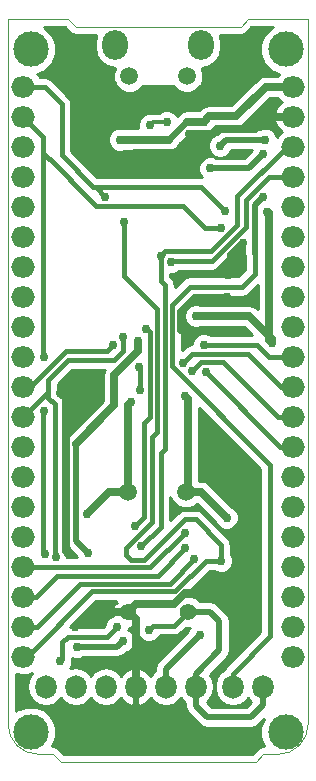
<source format=gbl>
G04 #@! TF.FileFunction,Copper,L2,Bot,Signal*
%FSLAX46Y46*%
G04 Gerber Fmt 4.6, Leading zero omitted, Abs format (unit mm)*
G04 Created by KiCad (PCBNEW 4.0.4-stable) date 08/11/17 11:51:25*
%MOMM*%
%LPD*%
G01*
G04 APERTURE LIST*
%ADD10C,0.150000*%
%ADD11C,0.100000*%
%ADD12O,1.800000X2.000000*%
%ADD13O,2.000000X1.800000*%
%ADD14C,3.000000*%
%ADD15C,1.500000*%
%ADD16O,2.200000X2.500000*%
%ADD17C,1.397000*%
%ADD18C,0.760000*%
%ADD19C,0.508000*%
%ADD20C,0.635000*%
%ADD21C,0.381000*%
%ADD22C,0.304800*%
%ADD23C,0.457200*%
%ADD24C,0.254000*%
G04 APERTURE END LIST*
D10*
D11*
X136144000Y-85090000D02*
X143256000Y-85090000D01*
X129540000Y-146685000D02*
X130810000Y-146685000D01*
X148590000Y-146685000D02*
X149225000Y-146685000D01*
X147955000Y-147320000D02*
X148590000Y-146685000D01*
X131445000Y-147320000D02*
X147955000Y-147320000D01*
X130810000Y-146685000D02*
X131445000Y-147320000D01*
X132080000Y-84455000D02*
X127000000Y-84455000D01*
X132715000Y-85090000D02*
X132080000Y-84455000D01*
X133985000Y-85090000D02*
X132715000Y-85090000D01*
X136144000Y-85090000D02*
X135890000Y-85090000D01*
X143510000Y-85090000D02*
X143256000Y-85090000D01*
X146050000Y-85090000D02*
X143510000Y-85090000D01*
X134620000Y-85090000D02*
X135890000Y-85090000D01*
X149225000Y-146685000D02*
X149860000Y-146685000D01*
X146685000Y-85090000D02*
X146050000Y-85090000D01*
X147320000Y-84455000D02*
X146685000Y-85090000D01*
X152400000Y-84455000D02*
X147320000Y-84455000D01*
X152400000Y-85090000D02*
X152400000Y-84455000D01*
X133985000Y-85090000D02*
X134620000Y-85090000D01*
X127000000Y-85090000D02*
X127000000Y-84455000D01*
X127000000Y-144145000D02*
X127000000Y-140335000D01*
X152400000Y-142875000D02*
X152400000Y-144145000D01*
X127000000Y-144145000D02*
G75*
G03X129540000Y-146685000I2540000J0D01*
G01*
X149860000Y-146685000D02*
G75*
G03X152400000Y-144145000I0J2540000D01*
G01*
X127000000Y-139700000D02*
X127000000Y-140335000D01*
X152400000Y-139700000D02*
X152400000Y-142875000D01*
X152400000Y-85090000D02*
X152400000Y-90170000D01*
X127000000Y-90170000D02*
X127000000Y-85090000D01*
X152400000Y-90170000D02*
X152400000Y-139700000D01*
X127000000Y-90170000D02*
X127000000Y-139700000D01*
D12*
X142875000Y-140970000D03*
X140335000Y-140970000D03*
X137795000Y-140970000D03*
X135255000Y-140970000D03*
X132715000Y-140970000D03*
X130175000Y-140970000D03*
X146050000Y-140970000D03*
X148590000Y-140970000D03*
D13*
X151130000Y-115570000D03*
X151130000Y-118110000D03*
X151130000Y-120650000D03*
X151130000Y-123190000D03*
X151130000Y-125730000D03*
X151130000Y-128270000D03*
X151130000Y-130810000D03*
X151130000Y-133350000D03*
X151130000Y-135890000D03*
X151130000Y-138430000D03*
X128270000Y-138430000D03*
X128270000Y-135890000D03*
X128270000Y-133350000D03*
X128270000Y-130810000D03*
X128270000Y-128270000D03*
X128270000Y-125730000D03*
X128270000Y-123190000D03*
X128270000Y-120650000D03*
X128270000Y-118110000D03*
X128270000Y-115570000D03*
X151130000Y-90170000D03*
X151130000Y-92710000D03*
X151130000Y-95250000D03*
X151130000Y-97790000D03*
X151130000Y-100330000D03*
X151130000Y-102870000D03*
X151130000Y-105410000D03*
X151130000Y-107950000D03*
X151130000Y-110490000D03*
X151130000Y-113030000D03*
X128270000Y-113030000D03*
X128270000Y-110490000D03*
X128270000Y-107950000D03*
X128270000Y-105410000D03*
X128270000Y-102870000D03*
X128270000Y-100330000D03*
X128270000Y-97790000D03*
X128270000Y-95250000D03*
X128270000Y-92710000D03*
X128270000Y-90170000D03*
D14*
X150495000Y-86995000D03*
X128905000Y-86995000D03*
X150495000Y-144780000D03*
X128905000Y-144780000D03*
D15*
X142125000Y-89281000D03*
D16*
X143325000Y-86631000D03*
D15*
X137275000Y-89281000D03*
D16*
X136075000Y-86631000D03*
D17*
X142240000Y-134620000D03*
X137160000Y-134620000D03*
D15*
X137160000Y-124460000D03*
X142060000Y-124460000D03*
D18*
X142900400Y-109575600D03*
X149352000Y-111861600D03*
X148945600Y-100736400D03*
X148742400Y-94640400D03*
X144932400Y-95148400D03*
X136448800Y-94640400D03*
X143560800Y-93116400D03*
X143205200Y-136550400D03*
X137972800Y-111658400D03*
X133756400Y-129641600D03*
X132842000Y-137566400D03*
X136753600Y-137058400D03*
X137718800Y-127355600D03*
X140817600Y-105003600D03*
X138684000Y-110642400D03*
X138226800Y-129082800D03*
X139903200Y-104495600D03*
X138910000Y-136150000D03*
X136180000Y-135900000D03*
X131430000Y-138760000D03*
X131080000Y-129990000D03*
X136702800Y-111353600D03*
X135229600Y-99466400D03*
X136804400Y-101650800D03*
X145389600Y-100685600D03*
X145034000Y-130302000D03*
X129997200Y-117602000D03*
X130048000Y-113030000D03*
X130098800Y-129743200D03*
X145034000Y-102108000D03*
X142748000Y-130149600D03*
X137414000Y-92964000D03*
X131419600Y-116078000D03*
X142341600Y-94132400D03*
X134975600Y-97637600D03*
X131876800Y-124409200D03*
X132689600Y-135940800D03*
X132181600Y-129794000D03*
X145643600Y-106121200D03*
X145542000Y-108000800D03*
X142341600Y-111455200D03*
X146862800Y-103428800D03*
X145643600Y-122174000D03*
X145491200Y-126644400D03*
X141986000Y-116332000D03*
X133654800Y-126339600D03*
X137414000Y-116840000D03*
X141986000Y-129235200D03*
X135890000Y-112014000D03*
X143560800Y-112014000D03*
X143713200Y-114350800D03*
X140411200Y-93167200D03*
X138988800Y-93421200D03*
X148590000Y-95859600D03*
X148590000Y-99466400D03*
X144119600Y-97078800D03*
X142595600Y-114249200D03*
X141935200Y-127914400D03*
X141782800Y-113588800D03*
X138176000Y-115874800D03*
X138074400Y-113893600D03*
D19*
X149352000Y-111861600D02*
X149352000Y-111556800D01*
D20*
X147370800Y-109575600D02*
X142900400Y-109575600D01*
X149352000Y-111556800D02*
X147370800Y-109575600D01*
X149098000Y-101803200D02*
X149098000Y-111607600D01*
D19*
X149098000Y-111607600D02*
X149352000Y-111861600D01*
D20*
X149098000Y-100888800D02*
X149098000Y-101803200D01*
D19*
X149098000Y-101803200D02*
X149098000Y-101904800D01*
X148945600Y-100736400D02*
X149098000Y-100888800D01*
X145440400Y-94640400D02*
X148742400Y-94640400D01*
X144932400Y-95148400D02*
X145440400Y-94640400D01*
D20*
X143560800Y-93116400D02*
X142138400Y-93116400D01*
X140614400Y-94640400D02*
X136448800Y-94640400D01*
D19*
X142138400Y-93116400D02*
X140614400Y-94640400D01*
D20*
X148793200Y-90170000D02*
X151130000Y-90170000D01*
X143560800Y-93116400D02*
X144018000Y-92659200D01*
X144018000Y-92659200D02*
X146304000Y-92659200D01*
X146304000Y-92659200D02*
X148793200Y-90170000D01*
D19*
X140335000Y-139420600D02*
X140335000Y-140970000D01*
X143205200Y-136550400D02*
X140335000Y-139420600D01*
D20*
X135991600Y-114554000D02*
X137160000Y-113385600D01*
X135991600Y-117144800D02*
X135991600Y-114554000D01*
X132740400Y-120396000D02*
X135991600Y-117144800D01*
D19*
X132740400Y-128625600D02*
X132740400Y-120396000D01*
X133756400Y-129641600D02*
X132740400Y-128625600D01*
X136245600Y-137566400D02*
X132842000Y-137566400D01*
X136753600Y-137058400D02*
X136245600Y-137566400D01*
D20*
X137972800Y-112572800D02*
X137160000Y-113385600D01*
X137972800Y-111658400D02*
X137972800Y-112572800D01*
D21*
X138988800Y-112420400D02*
X138988800Y-112268000D01*
X138988800Y-116586000D02*
X138988800Y-112420400D01*
X138480800Y-126593600D02*
X137718800Y-127355600D01*
X138480800Y-118668800D02*
X138480800Y-126593600D01*
X138988800Y-118160800D02*
X138480800Y-118668800D01*
X138988800Y-118160800D02*
X138988800Y-116586000D01*
X138988800Y-116586000D02*
X138988800Y-116382800D01*
X147116800Y-99771200D02*
X149098000Y-97790000D01*
X144221200Y-104952800D02*
X147116800Y-102057200D01*
X140868400Y-104952800D02*
X144221200Y-104952800D01*
X140817600Y-105003600D02*
X140868400Y-104952800D01*
X147116800Y-102057200D02*
X147116800Y-99771200D01*
X149098000Y-97790000D02*
X151130000Y-97790000D01*
X138988800Y-110947200D02*
X138684000Y-110642400D01*
X138988800Y-112420400D02*
X138988800Y-110947200D01*
X139903200Y-121310400D02*
X139903200Y-121208800D01*
X140271498Y-106946698D02*
X139903200Y-106578400D01*
X140271498Y-120840502D02*
X140271498Y-106946698D01*
X139903200Y-121208800D02*
X140271498Y-120840502D01*
X139903200Y-126593600D02*
X139903200Y-127406400D01*
X139903200Y-127406400D02*
X138226800Y-129082800D01*
X139903200Y-126593600D02*
X139903200Y-121310400D01*
X139903200Y-106578400D02*
X139903200Y-104495600D01*
X151130000Y-95250000D02*
X150571200Y-95250000D01*
X150571200Y-95250000D02*
X146405600Y-99415600D01*
X146405600Y-101854000D02*
X146405600Y-99415600D01*
X144170400Y-104089200D02*
X146405600Y-101854000D01*
X140309600Y-104089200D02*
X144170400Y-104089200D01*
X139903200Y-104495600D02*
X140309600Y-104089200D01*
X130403600Y-115976400D02*
X130403600Y-116503600D01*
X141080000Y-135780000D02*
X142240000Y-134620000D01*
X139280000Y-135780000D02*
X141080000Y-135780000D01*
X138910000Y-136150000D02*
X139280000Y-135780000D01*
X135340000Y-136740000D02*
X136180000Y-135900000D01*
X132030000Y-136740000D02*
X135340000Y-136740000D01*
X131600000Y-137170000D02*
X132030000Y-136740000D01*
X131600000Y-138590000D02*
X131600000Y-137170000D01*
X131430000Y-138760000D02*
X131600000Y-138590000D01*
X130950000Y-129860000D02*
X131080000Y-129990000D01*
X130950000Y-117050000D02*
X130950000Y-129860000D01*
X130403600Y-116503600D02*
X130950000Y-117050000D01*
D19*
X142875000Y-140970000D02*
X142875000Y-139877800D01*
X142875000Y-139877800D02*
X144881600Y-137871200D01*
X144881600Y-137871200D02*
X144881600Y-135432800D01*
X144881600Y-135432800D02*
X144068800Y-134620000D01*
X144068800Y-134620000D02*
X142240000Y-134620000D01*
X142875000Y-140970000D02*
X142875000Y-142570200D01*
X148590000Y-142494000D02*
X148590000Y-140970000D01*
X147523200Y-143560800D02*
X148590000Y-142494000D01*
X143865600Y-143560800D02*
X147523200Y-143560800D01*
X142875000Y-142570200D02*
X143865600Y-143560800D01*
D21*
X134366000Y-113284000D02*
X135940800Y-113284000D01*
X136702800Y-112522000D02*
X136702800Y-111353600D01*
X135940800Y-113284000D02*
X136702800Y-112522000D01*
X130403600Y-115976400D02*
X128270000Y-118110000D01*
X130403600Y-114960400D02*
X130403600Y-115976400D01*
X132080000Y-113284000D02*
X130403600Y-114960400D01*
X134366000Y-113284000D02*
X132080000Y-113284000D01*
X139598400Y-111506000D02*
X139598400Y-108966000D01*
X134416800Y-98653600D02*
X134196000Y-98653600D01*
X135229600Y-99466400D02*
X134416800Y-98653600D01*
X136804400Y-106172000D02*
X136804400Y-101650800D01*
X139598400Y-108966000D02*
X136804400Y-106172000D01*
X139598400Y-112369600D02*
X139598400Y-111506000D01*
X139141200Y-120396000D02*
X139141200Y-119837200D01*
X139598400Y-119380000D02*
X139598400Y-112369600D01*
X139598400Y-112369600D02*
X139598400Y-112217200D01*
X139141200Y-119837200D02*
X139598400Y-119380000D01*
X142900400Y-126796800D02*
X141935200Y-126796800D01*
X139141200Y-127050800D02*
X139141200Y-120396000D01*
X139141200Y-120396000D02*
X139141200Y-120243600D01*
X137007600Y-129184400D02*
X139141200Y-127050800D01*
X137007600Y-129844800D02*
X137007600Y-129184400D01*
X137363200Y-130200400D02*
X137007600Y-129844800D01*
X138531600Y-130200400D02*
X137363200Y-130200400D01*
X141935200Y-126796800D02*
X138531600Y-130200400D01*
X145034000Y-130302000D02*
X145034000Y-128930400D01*
X145034000Y-128930400D02*
X142900400Y-126796800D01*
X143357600Y-98653600D02*
X134196000Y-98653600D01*
X145389600Y-100685600D02*
X143357600Y-98653600D01*
X131521200Y-95978800D02*
X131521200Y-91592400D01*
X131521200Y-91592400D02*
X130098800Y-90170000D01*
X130098800Y-90170000D02*
X128270000Y-90170000D01*
X134196000Y-98653600D02*
X131521200Y-95978800D01*
X128574800Y-138430000D02*
X128270000Y-138430000D01*
X141122400Y-132892800D02*
X134112000Y-132892800D01*
X134112000Y-132892800D02*
X128574800Y-138430000D01*
X143713200Y-130302000D02*
X141122400Y-132892800D01*
X145034000Y-130302000D02*
X143713200Y-130302000D01*
X145034000Y-102108000D02*
X143662400Y-102108000D01*
X141833600Y-100279200D02*
X134467600Y-100279200D01*
X143662400Y-102108000D02*
X141833600Y-100279200D01*
X134467600Y-100279200D02*
X133604000Y-99415600D01*
X140665200Y-132232400D02*
X133096000Y-132232400D01*
X129946400Y-94386400D02*
X129946400Y-95758000D01*
X129946400Y-95758000D02*
X131013200Y-96824800D01*
X129946400Y-119684800D02*
X129946400Y-117652800D01*
X129946400Y-117652800D02*
X129997200Y-117602000D01*
X130048000Y-113030000D02*
X129946400Y-112928400D01*
X129946400Y-112928400D02*
X129946400Y-95859600D01*
X129946400Y-94386400D02*
X129692400Y-94132400D01*
X129946400Y-95859600D02*
X129946400Y-94386400D01*
X129946400Y-129590800D02*
X129946400Y-119684800D01*
X129946400Y-119684800D02*
X129946400Y-119634000D01*
X130098800Y-129743200D02*
X129946400Y-129590800D01*
X133604000Y-99415600D02*
X131013200Y-96824800D01*
X129692400Y-94132400D02*
X128270000Y-92710000D01*
X142748000Y-130149600D02*
X140665200Y-132232400D01*
X133096000Y-132232400D02*
X129438400Y-135890000D01*
X129438400Y-135890000D02*
X128270000Y-135890000D01*
D20*
X134315200Y-96977200D02*
X134975600Y-97637600D01*
X134315200Y-96977200D02*
X134315200Y-94742000D01*
X134315200Y-94742000D02*
X136093200Y-92964000D01*
X136093200Y-92964000D02*
X137414000Y-92964000D01*
X151130000Y-92710000D02*
X149009090Y-92710000D01*
X147942290Y-93776800D02*
X144678400Y-93776800D01*
X149009090Y-92710000D02*
X147942290Y-93776800D01*
X131876800Y-119126000D02*
X131876800Y-116535200D01*
X131876800Y-116535200D02*
X131419600Y-116078000D01*
D19*
X134975600Y-97637600D02*
X135737600Y-97637600D01*
X142341600Y-94996000D02*
X142341600Y-94132400D01*
X141630400Y-95707200D02*
X142341600Y-94996000D01*
X137668000Y-95707200D02*
X141630400Y-95707200D01*
X135737600Y-97637600D02*
X137668000Y-95707200D01*
D20*
X131876800Y-124409200D02*
X131876800Y-119126000D01*
D19*
X131876800Y-119126000D02*
X131876800Y-119075200D01*
D20*
X142341600Y-94132400D02*
X144322800Y-94132400D01*
X144322800Y-94132400D02*
X144678400Y-93776800D01*
X132181600Y-129794000D02*
X131876800Y-129489200D01*
X131876800Y-129489200D02*
X131876800Y-124409200D01*
X137160000Y-134620000D02*
X134010400Y-134620000D01*
X134010400Y-134620000D02*
X132689600Y-135940800D01*
X137795000Y-140970000D02*
X137795000Y-135255000D01*
X137795000Y-135255000D02*
X137160000Y-134620000D01*
X145897600Y-105867200D02*
X145643600Y-106121200D01*
D19*
X145542000Y-108000800D02*
X145491200Y-108051600D01*
D20*
X145491200Y-108051600D02*
X142798800Y-108051600D01*
X142798800Y-108051600D02*
X141630400Y-109220000D01*
X141630400Y-109220000D02*
X141630400Y-110744000D01*
D19*
X141630400Y-110744000D02*
X142341600Y-111455200D01*
D20*
X145897600Y-104394000D02*
X145897600Y-105206800D01*
X146862800Y-103428800D02*
X145897600Y-104394000D01*
X145897600Y-105206800D02*
X145897600Y-105867200D01*
X145643600Y-122174000D02*
X147370800Y-123901200D01*
X147370800Y-123901200D02*
X147370800Y-129286000D01*
X147370800Y-129844800D02*
X144170400Y-133045200D01*
X144170400Y-133045200D02*
X141986000Y-133045200D01*
X141986000Y-133045200D02*
X141071600Y-133959600D01*
X141071600Y-133959600D02*
X137820400Y-133959600D01*
X137820400Y-133959600D02*
X137160000Y-134620000D01*
X147370800Y-129286000D02*
X147370800Y-129844800D01*
X143306800Y-124460000D02*
X142240000Y-124460000D01*
X145491200Y-126644400D02*
X143306800Y-124460000D01*
D19*
X141986000Y-116332000D02*
X142240000Y-116586000D01*
D20*
X142240000Y-116586000D02*
X142240000Y-124460000D01*
X135534400Y-124460000D02*
X137160000Y-124460000D01*
X133654800Y-126339600D02*
X135534400Y-124460000D01*
D19*
X137414000Y-116840000D02*
X137160000Y-117094000D01*
D20*
X137160000Y-117094000D02*
X137160000Y-124460000D01*
D21*
X141986000Y-129235200D02*
X139649200Y-131572000D01*
X139649200Y-131572000D02*
X131114800Y-131572000D01*
X131114800Y-131572000D02*
X129336800Y-133350000D01*
X129336800Y-133350000D02*
X128270000Y-133350000D01*
X132791200Y-112522000D02*
X131927600Y-112522000D01*
X131927600Y-112522000D02*
X128879600Y-115570000D01*
X128879600Y-115570000D02*
X128270000Y-115570000D01*
X135890000Y-112014000D02*
X135382000Y-112522000D01*
X135382000Y-112522000D02*
X132791200Y-112522000D01*
X143560800Y-112014000D02*
X148082000Y-112014000D01*
X148082000Y-112014000D02*
X149098000Y-113030000D01*
X149098000Y-113030000D02*
X151130000Y-113030000D01*
X150012400Y-120650000D02*
X151130000Y-120650000D01*
X143713200Y-114350800D02*
X150012400Y-120650000D01*
D22*
X139242800Y-93167200D02*
X140411200Y-93167200D01*
X138988800Y-93421200D02*
X139242800Y-93167200D01*
D23*
X140868400Y-113842800D02*
X149199600Y-122174000D01*
X140868400Y-108966000D02*
X140868400Y-113842800D01*
X149199600Y-122174000D02*
X149199600Y-122580400D01*
X149199600Y-122580400D02*
X149199600Y-122174000D01*
D19*
X148590000Y-95859600D02*
X147370800Y-97078800D01*
X147370800Y-97078800D02*
X144119600Y-97078800D01*
X147878800Y-104292400D02*
X147878800Y-100177600D01*
X147878800Y-100177600D02*
X148590000Y-99466400D01*
D23*
X147116800Y-97078800D02*
X144119600Y-97078800D01*
X146050000Y-140970000D02*
X146050000Y-139852400D01*
X149199600Y-136702800D02*
X149199600Y-122174000D01*
X146050000Y-139852400D02*
X149199600Y-136702800D01*
X140868400Y-108610400D02*
X142392400Y-107086400D01*
X142392400Y-107086400D02*
X146812000Y-107086400D01*
X146812000Y-107086400D02*
X147878800Y-106019600D01*
X147878800Y-106019600D02*
X147878800Y-104292400D01*
X140868400Y-108966000D02*
X140868400Y-108610400D01*
D21*
X145186400Y-113487200D02*
X143357600Y-113487200D01*
X143357600Y-113487200D02*
X142595600Y-114249200D01*
X151130000Y-118110000D02*
X149809200Y-118110000D01*
X149809200Y-118110000D02*
X145186400Y-113487200D01*
X139039600Y-130810000D02*
X128270000Y-130810000D01*
X141935200Y-127914400D02*
X139039600Y-130810000D01*
X143002000Y-112776000D02*
X142595600Y-112776000D01*
X142595600Y-112776000D02*
X141782800Y-113588800D01*
X143243302Y-112776000D02*
X143002000Y-112776000D01*
X143002000Y-112776000D02*
X142748000Y-112776000D01*
X147320000Y-112776000D02*
X143243302Y-112776000D01*
X150114000Y-115570000D02*
X147320000Y-112776000D01*
X138176000Y-113995200D02*
X138176000Y-115874800D01*
X138074400Y-113893600D02*
X138176000Y-113995200D01*
X151130000Y-115570000D02*
X150114000Y-115570000D01*
D24*
G36*
X138016187Y-135655795D02*
X137895177Y-135947218D01*
X137894824Y-136351010D01*
X138049023Y-136724200D01*
X138334298Y-137009973D01*
X138707218Y-137164823D01*
X139111010Y-137165176D01*
X139484200Y-137010977D01*
X139769973Y-136725702D01*
X139819885Y-136605500D01*
X141080000Y-136605500D01*
X141395906Y-136542663D01*
X141663717Y-136363717D01*
X142074078Y-135953356D01*
X142366351Y-135953611D01*
X142345227Y-135974698D01*
X142218519Y-136279845D01*
X139706382Y-138791982D01*
X139513671Y-139080394D01*
X139446000Y-139420600D01*
X139446000Y-139621323D01*
X139249591Y-139752559D01*
X139068184Y-140024054D01*
X138674752Y-139613191D01*
X138159740Y-139378964D01*
X137922000Y-139499622D01*
X137922000Y-140843000D01*
X137942000Y-140843000D01*
X137942000Y-141097000D01*
X137922000Y-141097000D01*
X137922000Y-142440378D01*
X138159740Y-142561036D01*
X138674752Y-142326809D01*
X139068184Y-141915946D01*
X139249591Y-142187441D01*
X139747581Y-142520187D01*
X140335000Y-142637032D01*
X140922419Y-142520187D01*
X141420409Y-142187441D01*
X141605000Y-141911181D01*
X141789591Y-142187441D01*
X141986000Y-142318677D01*
X141986000Y-142570200D01*
X142053671Y-142910406D01*
X142195467Y-143122618D01*
X142246382Y-143198818D01*
X143236982Y-144189418D01*
X143525394Y-144382129D01*
X143865600Y-144449800D01*
X147523200Y-144449800D01*
X147863406Y-144382129D01*
X148151818Y-144189418D01*
X148624949Y-143716287D01*
X148360372Y-144353459D01*
X148359630Y-145202815D01*
X148683980Y-145987800D01*
X148696159Y-146000000D01*
X148590000Y-146000000D01*
X148327862Y-146052143D01*
X148105632Y-146200632D01*
X147671264Y-146635000D01*
X131728736Y-146635000D01*
X131294368Y-146200632D01*
X131072138Y-146052143D01*
X130810000Y-146000000D01*
X130704852Y-146000000D01*
X130713909Y-145990959D01*
X131039628Y-145206541D01*
X131040370Y-144357185D01*
X130716020Y-143572200D01*
X130115959Y-142971091D01*
X129331541Y-142645372D01*
X128482185Y-142644630D01*
X127697200Y-142968980D01*
X127685000Y-142981159D01*
X127685000Y-139874899D01*
X128137968Y-139965000D01*
X128402032Y-139965000D01*
X128989451Y-139848155D01*
X129054966Y-139804380D01*
X128756845Y-140250549D01*
X128640000Y-140837968D01*
X128640000Y-141102032D01*
X128756845Y-141689451D01*
X129089591Y-142187441D01*
X129587581Y-142520187D01*
X130175000Y-142637032D01*
X130762419Y-142520187D01*
X131260409Y-142187441D01*
X131445000Y-141911181D01*
X131629591Y-142187441D01*
X132127581Y-142520187D01*
X132715000Y-142637032D01*
X133302419Y-142520187D01*
X133800409Y-142187441D01*
X133985000Y-141911181D01*
X134169591Y-142187441D01*
X134667581Y-142520187D01*
X135255000Y-142637032D01*
X135842419Y-142520187D01*
X136340409Y-142187441D01*
X136521816Y-141915946D01*
X136915248Y-142326809D01*
X137430260Y-142561036D01*
X137668000Y-142440378D01*
X137668000Y-141097000D01*
X137648000Y-141097000D01*
X137648000Y-140843000D01*
X137668000Y-140843000D01*
X137668000Y-139499622D01*
X137430260Y-139378964D01*
X136915248Y-139613191D01*
X136521816Y-140024054D01*
X136340409Y-139752559D01*
X135842419Y-139419813D01*
X135255000Y-139302968D01*
X134667581Y-139419813D01*
X134169591Y-139752559D01*
X133985000Y-140028819D01*
X133800409Y-139752559D01*
X133302419Y-139419813D01*
X132715000Y-139302968D01*
X132225158Y-139400404D01*
X132289973Y-139335702D01*
X132444823Y-138962782D01*
X132445176Y-138558990D01*
X132425500Y-138511370D01*
X132425500Y-138492479D01*
X132639218Y-138581223D01*
X133043010Y-138581576D01*
X133348379Y-138455400D01*
X136245600Y-138455400D01*
X136585806Y-138387729D01*
X136874218Y-138195018D01*
X137024565Y-138044671D01*
X137327800Y-137919377D01*
X137613573Y-137634102D01*
X137768423Y-137261182D01*
X137768776Y-136857390D01*
X137614577Y-136484200D01*
X137329302Y-136198427D01*
X137180725Y-136136733D01*
X137194823Y-136102782D01*
X137194953Y-135953569D01*
X137497199Y-135937148D01*
X137852929Y-135789800D01*
X137914582Y-135554190D01*
X138016187Y-135655795D01*
X138016187Y-135655795D01*
G37*
X138016187Y-135655795D02*
X137895177Y-135947218D01*
X137894824Y-136351010D01*
X138049023Y-136724200D01*
X138334298Y-137009973D01*
X138707218Y-137164823D01*
X139111010Y-137165176D01*
X139484200Y-137010977D01*
X139769973Y-136725702D01*
X139819885Y-136605500D01*
X141080000Y-136605500D01*
X141395906Y-136542663D01*
X141663717Y-136363717D01*
X142074078Y-135953356D01*
X142366351Y-135953611D01*
X142345227Y-135974698D01*
X142218519Y-136279845D01*
X139706382Y-138791982D01*
X139513671Y-139080394D01*
X139446000Y-139420600D01*
X139446000Y-139621323D01*
X139249591Y-139752559D01*
X139068184Y-140024054D01*
X138674752Y-139613191D01*
X138159740Y-139378964D01*
X137922000Y-139499622D01*
X137922000Y-140843000D01*
X137942000Y-140843000D01*
X137942000Y-141097000D01*
X137922000Y-141097000D01*
X137922000Y-142440378D01*
X138159740Y-142561036D01*
X138674752Y-142326809D01*
X139068184Y-141915946D01*
X139249591Y-142187441D01*
X139747581Y-142520187D01*
X140335000Y-142637032D01*
X140922419Y-142520187D01*
X141420409Y-142187441D01*
X141605000Y-141911181D01*
X141789591Y-142187441D01*
X141986000Y-142318677D01*
X141986000Y-142570200D01*
X142053671Y-142910406D01*
X142195467Y-143122618D01*
X142246382Y-143198818D01*
X143236982Y-144189418D01*
X143525394Y-144382129D01*
X143865600Y-144449800D01*
X147523200Y-144449800D01*
X147863406Y-144382129D01*
X148151818Y-144189418D01*
X148624949Y-143716287D01*
X148360372Y-144353459D01*
X148359630Y-145202815D01*
X148683980Y-145987800D01*
X148696159Y-146000000D01*
X148590000Y-146000000D01*
X148327862Y-146052143D01*
X148105632Y-146200632D01*
X147671264Y-146635000D01*
X131728736Y-146635000D01*
X131294368Y-146200632D01*
X131072138Y-146052143D01*
X130810000Y-146000000D01*
X130704852Y-146000000D01*
X130713909Y-145990959D01*
X131039628Y-145206541D01*
X131040370Y-144357185D01*
X130716020Y-143572200D01*
X130115959Y-142971091D01*
X129331541Y-142645372D01*
X128482185Y-142644630D01*
X127697200Y-142968980D01*
X127685000Y-142981159D01*
X127685000Y-139874899D01*
X128137968Y-139965000D01*
X128402032Y-139965000D01*
X128989451Y-139848155D01*
X129054966Y-139804380D01*
X128756845Y-140250549D01*
X128640000Y-140837968D01*
X128640000Y-141102032D01*
X128756845Y-141689451D01*
X129089591Y-142187441D01*
X129587581Y-142520187D01*
X130175000Y-142637032D01*
X130762419Y-142520187D01*
X131260409Y-142187441D01*
X131445000Y-141911181D01*
X131629591Y-142187441D01*
X132127581Y-142520187D01*
X132715000Y-142637032D01*
X133302419Y-142520187D01*
X133800409Y-142187441D01*
X133985000Y-141911181D01*
X134169591Y-142187441D01*
X134667581Y-142520187D01*
X135255000Y-142637032D01*
X135842419Y-142520187D01*
X136340409Y-142187441D01*
X136521816Y-141915946D01*
X136915248Y-142326809D01*
X137430260Y-142561036D01*
X137668000Y-142440378D01*
X137668000Y-141097000D01*
X137648000Y-141097000D01*
X137648000Y-140843000D01*
X137668000Y-140843000D01*
X137668000Y-139499622D01*
X137430260Y-139378964D01*
X136915248Y-139613191D01*
X136521816Y-140024054D01*
X136340409Y-139752559D01*
X135842419Y-139419813D01*
X135255000Y-139302968D01*
X134667581Y-139419813D01*
X134169591Y-139752559D01*
X133985000Y-140028819D01*
X133800409Y-139752559D01*
X133302419Y-139419813D01*
X132715000Y-139302968D01*
X132225158Y-139400404D01*
X132289973Y-139335702D01*
X132444823Y-138962782D01*
X132445176Y-138558990D01*
X132425500Y-138511370D01*
X132425500Y-138492479D01*
X132639218Y-138581223D01*
X133043010Y-138581576D01*
X133348379Y-138455400D01*
X136245600Y-138455400D01*
X136585806Y-138387729D01*
X136874218Y-138195018D01*
X137024565Y-138044671D01*
X137327800Y-137919377D01*
X137613573Y-137634102D01*
X137768423Y-137261182D01*
X137768776Y-136857390D01*
X137614577Y-136484200D01*
X137329302Y-136198427D01*
X137180725Y-136136733D01*
X137194823Y-136102782D01*
X137194953Y-135953569D01*
X137497199Y-135937148D01*
X137852929Y-135789800D01*
X137914582Y-135554190D01*
X138016187Y-135655795D01*
G36*
X148336000Y-122531714D02*
X148336000Y-136345086D01*
X145439343Y-139241743D01*
X145252138Y-139521915D01*
X145243303Y-139566330D01*
X144964591Y-139752559D01*
X144631845Y-140250549D01*
X144515000Y-140837968D01*
X144515000Y-141102032D01*
X144631845Y-141689451D01*
X144964591Y-142187441D01*
X145462581Y-142520187D01*
X146050000Y-142637032D01*
X146637419Y-142520187D01*
X147135409Y-142187441D01*
X147320000Y-141911181D01*
X147504591Y-142187441D01*
X147585357Y-142241407D01*
X147154964Y-142671800D01*
X144233836Y-142671800D01*
X143833964Y-142271928D01*
X143960409Y-142187441D01*
X144293155Y-141689451D01*
X144410000Y-141102032D01*
X144410000Y-140837968D01*
X144293155Y-140250549D01*
X144079398Y-139930638D01*
X145510218Y-138499818D01*
X145556869Y-138430000D01*
X145702929Y-138211406D01*
X145770600Y-137871200D01*
X145770600Y-135432800D01*
X145702929Y-135092594D01*
X145510218Y-134804182D01*
X144697418Y-133991382D01*
X144409006Y-133798671D01*
X144068800Y-133731000D01*
X143236760Y-133731000D01*
X142996353Y-133490173D01*
X142506413Y-133286732D01*
X141975914Y-133286269D01*
X141840352Y-133342282D01*
X144055133Y-131127500D01*
X144423885Y-131127500D01*
X144458298Y-131161973D01*
X144831218Y-131316823D01*
X145235010Y-131317176D01*
X145608200Y-131162977D01*
X145893973Y-130877702D01*
X146048823Y-130504782D01*
X146049176Y-130100990D01*
X145894977Y-129727800D01*
X145859500Y-129692261D01*
X145859500Y-128930400D01*
X145826660Y-128765300D01*
X145796663Y-128614494D01*
X145617717Y-128346683D01*
X143484117Y-126213083D01*
X143216306Y-126034137D01*
X142900400Y-125971300D01*
X141935200Y-125971300D01*
X141619294Y-126034137D01*
X141512024Y-126105813D01*
X141351483Y-126213083D01*
X141351481Y-126213086D01*
X140728700Y-126835867D01*
X140728700Y-124864830D01*
X140885169Y-125243515D01*
X141274436Y-125633461D01*
X141783298Y-125844759D01*
X142334285Y-125845240D01*
X142843515Y-125634831D01*
X142989181Y-125489419D01*
X144568161Y-127068399D01*
X144630223Y-127218600D01*
X144915498Y-127504373D01*
X145288418Y-127659223D01*
X145692210Y-127659576D01*
X146065400Y-127505377D01*
X146351173Y-127220102D01*
X146506023Y-126847182D01*
X146506376Y-126443390D01*
X146352177Y-126070200D01*
X146066902Y-125784427D01*
X145915324Y-125721486D01*
X143980319Y-123786481D01*
X143671306Y-123580005D01*
X143306800Y-123507500D01*
X143192500Y-123507500D01*
X143192500Y-117388214D01*
X148336000Y-122531714D01*
X148336000Y-122531714D01*
G37*
X148336000Y-122531714D02*
X148336000Y-136345086D01*
X145439343Y-139241743D01*
X145252138Y-139521915D01*
X145243303Y-139566330D01*
X144964591Y-139752559D01*
X144631845Y-140250549D01*
X144515000Y-140837968D01*
X144515000Y-141102032D01*
X144631845Y-141689451D01*
X144964591Y-142187441D01*
X145462581Y-142520187D01*
X146050000Y-142637032D01*
X146637419Y-142520187D01*
X147135409Y-142187441D01*
X147320000Y-141911181D01*
X147504591Y-142187441D01*
X147585357Y-142241407D01*
X147154964Y-142671800D01*
X144233836Y-142671800D01*
X143833964Y-142271928D01*
X143960409Y-142187441D01*
X144293155Y-141689451D01*
X144410000Y-141102032D01*
X144410000Y-140837968D01*
X144293155Y-140250549D01*
X144079398Y-139930638D01*
X145510218Y-138499818D01*
X145556869Y-138430000D01*
X145702929Y-138211406D01*
X145770600Y-137871200D01*
X145770600Y-135432800D01*
X145702929Y-135092594D01*
X145510218Y-134804182D01*
X144697418Y-133991382D01*
X144409006Y-133798671D01*
X144068800Y-133731000D01*
X143236760Y-133731000D01*
X142996353Y-133490173D01*
X142506413Y-133286732D01*
X141975914Y-133286269D01*
X141840352Y-133342282D01*
X144055133Y-131127500D01*
X144423885Y-131127500D01*
X144458298Y-131161973D01*
X144831218Y-131316823D01*
X145235010Y-131317176D01*
X145608200Y-131162977D01*
X145893973Y-130877702D01*
X146048823Y-130504782D01*
X146049176Y-130100990D01*
X145894977Y-129727800D01*
X145859500Y-129692261D01*
X145859500Y-128930400D01*
X145826660Y-128765300D01*
X145796663Y-128614494D01*
X145617717Y-128346683D01*
X143484117Y-126213083D01*
X143216306Y-126034137D01*
X142900400Y-125971300D01*
X141935200Y-125971300D01*
X141619294Y-126034137D01*
X141512024Y-126105813D01*
X141351483Y-126213083D01*
X141351481Y-126213086D01*
X140728700Y-126835867D01*
X140728700Y-124864830D01*
X140885169Y-125243515D01*
X141274436Y-125633461D01*
X141783298Y-125844759D01*
X142334285Y-125845240D01*
X142843515Y-125634831D01*
X142989181Y-125489419D01*
X144568161Y-127068399D01*
X144630223Y-127218600D01*
X144915498Y-127504373D01*
X145288418Y-127659223D01*
X145692210Y-127659576D01*
X146065400Y-127505377D01*
X146351173Y-127220102D01*
X146506023Y-126847182D01*
X146506376Y-126443390D01*
X146352177Y-126070200D01*
X146066902Y-125784427D01*
X145915324Y-125721486D01*
X143980319Y-123786481D01*
X143671306Y-123580005D01*
X143306800Y-123507500D01*
X143192500Y-123507500D01*
X143192500Y-117388214D01*
X148336000Y-122531714D01*
G36*
X136110555Y-133750163D02*
X136225810Y-133865418D01*
X135990200Y-133927071D01*
X135814073Y-134427480D01*
X135841995Y-134941429D01*
X135605800Y-135039023D01*
X135320027Y-135324298D01*
X135165177Y-135697218D01*
X135165133Y-135747433D01*
X134998066Y-135914500D01*
X132257733Y-135914500D01*
X134453933Y-133718300D01*
X136142418Y-133718300D01*
X136110555Y-133750163D01*
X136110555Y-133750163D01*
G37*
X136110555Y-133750163D02*
X136225810Y-133865418D01*
X135990200Y-133927071D01*
X135814073Y-134427480D01*
X135841995Y-134941429D01*
X135605800Y-135039023D01*
X135320027Y-135324298D01*
X135165177Y-135697218D01*
X135165133Y-135747433D01*
X134998066Y-135914500D01*
X132257733Y-135914500D01*
X134453933Y-133718300D01*
X136142418Y-133718300D01*
X136110555Y-133750163D01*
G36*
X137353748Y-134605858D02*
X137339605Y-134620000D01*
X137353748Y-134634143D01*
X137174143Y-134813748D01*
X137160000Y-134799605D01*
X137145858Y-134813748D01*
X136966253Y-134634143D01*
X136980395Y-134620000D01*
X136966253Y-134605858D01*
X137145858Y-134426253D01*
X137160000Y-134440395D01*
X137174143Y-134426253D01*
X137353748Y-134605858D01*
X137353748Y-134605858D01*
G37*
X137353748Y-134605858D02*
X137339605Y-134620000D01*
X137353748Y-134634143D01*
X137174143Y-134813748D01*
X137160000Y-134799605D01*
X137145858Y-134813748D01*
X136966253Y-134634143D01*
X136980395Y-134620000D01*
X136966253Y-134605858D01*
X137145858Y-134426253D01*
X137160000Y-134440395D01*
X137174143Y-134426253D01*
X137353748Y-134605858D01*
G36*
X135111605Y-114189494D02*
X135039100Y-114554000D01*
X135039100Y-116750262D01*
X132066881Y-119722481D01*
X131860405Y-120031494D01*
X131787900Y-120396000D01*
X131851400Y-120715235D01*
X131851400Y-128625600D01*
X131919071Y-128965806D01*
X132054841Y-129169000D01*
X132111782Y-129254218D01*
X132770129Y-129912565D01*
X132799852Y-129984500D01*
X132095005Y-129984500D01*
X132095176Y-129788990D01*
X131940977Y-129415800D01*
X131775500Y-129250034D01*
X131775500Y-117050000D01*
X131746042Y-116901905D01*
X131712663Y-116734094D01*
X131640987Y-116626824D01*
X131533717Y-116466283D01*
X131533714Y-116466281D01*
X131229100Y-116161666D01*
X131229100Y-115302334D01*
X132421933Y-114109500D01*
X135165055Y-114109500D01*
X135111605Y-114189494D01*
X135111605Y-114189494D01*
G37*
X135111605Y-114189494D02*
X135039100Y-114554000D01*
X135039100Y-116750262D01*
X132066881Y-119722481D01*
X131860405Y-120031494D01*
X131787900Y-120396000D01*
X131851400Y-120715235D01*
X131851400Y-128625600D01*
X131919071Y-128965806D01*
X132054841Y-129169000D01*
X132111782Y-129254218D01*
X132770129Y-129912565D01*
X132799852Y-129984500D01*
X132095005Y-129984500D01*
X132095176Y-129788990D01*
X131940977Y-129415800D01*
X131775500Y-129250034D01*
X131775500Y-117050000D01*
X131746042Y-116901905D01*
X131712663Y-116734094D01*
X131640987Y-116626824D01*
X131533717Y-116466283D01*
X131533714Y-116466281D01*
X131229100Y-116161666D01*
X131229100Y-115302334D01*
X132421933Y-114109500D01*
X135165055Y-114109500D01*
X135111605Y-114189494D01*
G36*
X148145500Y-109003262D02*
X148044319Y-108902081D01*
X147735306Y-108695605D01*
X147370800Y-108623100D01*
X143253272Y-108623100D01*
X143103182Y-108560777D01*
X142699390Y-108560424D01*
X142326200Y-108714623D01*
X142040427Y-108999898D01*
X141885577Y-109372818D01*
X141885224Y-109776610D01*
X142039423Y-110149800D01*
X142324698Y-110435573D01*
X142697618Y-110590423D01*
X143101410Y-110590776D01*
X143253097Y-110528100D01*
X146976262Y-110528100D01*
X147636662Y-111188500D01*
X144170915Y-111188500D01*
X144136502Y-111154027D01*
X143763582Y-110999177D01*
X143359790Y-110998824D01*
X142986600Y-111153023D01*
X142700827Y-111438298D01*
X142545977Y-111811218D01*
X142545847Y-111960396D01*
X142279695Y-112013337D01*
X142011883Y-112192283D01*
X142011881Y-112192286D01*
X141732000Y-112472167D01*
X141732000Y-108968114D01*
X142750115Y-107950000D01*
X146812000Y-107950000D01*
X147142485Y-107884262D01*
X147422657Y-107697057D01*
X148145500Y-106974214D01*
X148145500Y-109003262D01*
X148145500Y-109003262D01*
G37*
X148145500Y-109003262D02*
X148044319Y-108902081D01*
X147735306Y-108695605D01*
X147370800Y-108623100D01*
X143253272Y-108623100D01*
X143103182Y-108560777D01*
X142699390Y-108560424D01*
X142326200Y-108714623D01*
X142040427Y-108999898D01*
X141885577Y-109372818D01*
X141885224Y-109776610D01*
X142039423Y-110149800D01*
X142324698Y-110435573D01*
X142697618Y-110590423D01*
X143101410Y-110590776D01*
X143253097Y-110528100D01*
X146976262Y-110528100D01*
X147636662Y-111188500D01*
X144170915Y-111188500D01*
X144136502Y-111154027D01*
X143763582Y-110999177D01*
X143359790Y-110998824D01*
X142986600Y-111153023D01*
X142700827Y-111438298D01*
X142545977Y-111811218D01*
X142545847Y-111960396D01*
X142279695Y-112013337D01*
X142011883Y-112192283D01*
X142011881Y-112192286D01*
X141732000Y-112472167D01*
X141732000Y-108968114D01*
X142750115Y-107950000D01*
X146812000Y-107950000D01*
X147142485Y-107884262D01*
X147422657Y-107697057D01*
X148145500Y-106974214D01*
X148145500Y-109003262D01*
G36*
X146989800Y-104292400D02*
X147015200Y-104420095D01*
X147015200Y-105661886D01*
X146454286Y-106222800D01*
X142392400Y-106222800D01*
X142061915Y-106288538D01*
X142061913Y-106288539D01*
X142061914Y-106288539D01*
X141781742Y-106475743D01*
X141096998Y-107160487D01*
X141096998Y-106946698D01*
X141080666Y-106864591D01*
X141034161Y-106630792D01*
X140855215Y-106362981D01*
X140728700Y-106236466D01*
X140728700Y-106018523D01*
X141018610Y-106018776D01*
X141391800Y-105864577D01*
X141478228Y-105778300D01*
X144221200Y-105778300D01*
X144537106Y-105715463D01*
X144804917Y-105536517D01*
X146989800Y-103351634D01*
X146989800Y-104292400D01*
X146989800Y-104292400D01*
G37*
X146989800Y-104292400D02*
X147015200Y-104420095D01*
X147015200Y-105661886D01*
X146454286Y-106222800D01*
X142392400Y-106222800D01*
X142061915Y-106288538D01*
X142061913Y-106288539D01*
X142061914Y-106288539D01*
X141781742Y-106475743D01*
X141096998Y-107160487D01*
X141096998Y-106946698D01*
X141080666Y-106864591D01*
X141034161Y-106630792D01*
X140855215Y-106362981D01*
X140728700Y-106236466D01*
X140728700Y-106018523D01*
X141018610Y-106018776D01*
X141391800Y-105864577D01*
X141478228Y-105778300D01*
X144221200Y-105778300D01*
X144537106Y-105715463D01*
X144804917Y-105536517D01*
X146989800Y-103351634D01*
X146989800Y-104292400D01*
G36*
X132230632Y-85574368D02*
X132452862Y-85722857D01*
X132715000Y-85775000D01*
X134475487Y-85775000D01*
X134472069Y-85780115D01*
X134340000Y-86444071D01*
X134340000Y-86817929D01*
X134472069Y-87481885D01*
X134848170Y-88044759D01*
X135411044Y-88420860D01*
X136017000Y-88541392D01*
X136017000Y-88699029D01*
X135890241Y-89004298D01*
X135889760Y-89555285D01*
X136017000Y-89863230D01*
X136017000Y-89916000D01*
X136027006Y-89965410D01*
X136055447Y-90007035D01*
X136084014Y-90025418D01*
X136100169Y-90064515D01*
X136489436Y-90454461D01*
X136998298Y-90665759D01*
X137549285Y-90666240D01*
X138058515Y-90455831D01*
X138448461Y-90066564D01*
X138451400Y-90059485D01*
X140963057Y-90077425D01*
X141339436Y-90454461D01*
X141848298Y-90665759D01*
X142399285Y-90666240D01*
X142908515Y-90455831D01*
X143275088Y-90089896D01*
X143304573Y-90084144D01*
X143346400Y-90056001D01*
X143373982Y-90013803D01*
X143383000Y-89966800D01*
X143383000Y-89862972D01*
X143509759Y-89557702D01*
X143510240Y-89006715D01*
X143383000Y-88698769D01*
X143383000Y-88541392D01*
X143988956Y-88420860D01*
X144551830Y-88044759D01*
X144927931Y-87481885D01*
X145060000Y-86817929D01*
X145060000Y-86444071D01*
X144927931Y-85780115D01*
X144924513Y-85775000D01*
X146685000Y-85775000D01*
X146947138Y-85722857D01*
X147169368Y-85574368D01*
X147603736Y-85140000D01*
X149393639Y-85140000D01*
X149287200Y-85183980D01*
X148686091Y-85784041D01*
X148360372Y-86568459D01*
X148359630Y-87417815D01*
X148683980Y-88202800D01*
X149284041Y-88803909D01*
X149930741Y-89072442D01*
X149912559Y-89084591D01*
X149823752Y-89217500D01*
X148793200Y-89217500D01*
X148428694Y-89290005D01*
X148119681Y-89496481D01*
X145909462Y-91706700D01*
X144018000Y-91706700D01*
X143653494Y-91779205D01*
X143344480Y-91985681D01*
X143166261Y-92163900D01*
X142138400Y-92163900D01*
X141773894Y-92236405D01*
X141464881Y-92442881D01*
X141307482Y-92678445D01*
X141272177Y-92593000D01*
X140986902Y-92307227D01*
X140613982Y-92152377D01*
X140210190Y-92152024D01*
X139837000Y-92306223D01*
X139763295Y-92379800D01*
X139242800Y-92379800D01*
X139109548Y-92406305D01*
X138787790Y-92406024D01*
X138414600Y-92560223D01*
X138128827Y-92845498D01*
X137973977Y-93218418D01*
X137973624Y-93622210D01*
X138000767Y-93687900D01*
X136801672Y-93687900D01*
X136651582Y-93625577D01*
X136247790Y-93625224D01*
X135874600Y-93779423D01*
X135588827Y-94064698D01*
X135433977Y-94437618D01*
X135433624Y-94841410D01*
X135587823Y-95214600D01*
X135873098Y-95500373D01*
X136246018Y-95655223D01*
X136649810Y-95655576D01*
X136801497Y-95592900D01*
X140614400Y-95592900D01*
X140978906Y-95520395D01*
X141287919Y-95313919D01*
X141468751Y-95043285D01*
X142443136Y-94068900D01*
X143207928Y-94068900D01*
X143358018Y-94131223D01*
X143761810Y-94131576D01*
X144135000Y-93977377D01*
X144420773Y-93692102D01*
X144454159Y-93611700D01*
X146304000Y-93611700D01*
X146668506Y-93539195D01*
X146977519Y-93332719D01*
X149187738Y-91122500D01*
X149823752Y-91122500D01*
X149912559Y-91255409D01*
X150184054Y-91436816D01*
X149773191Y-91830248D01*
X149538964Y-92345260D01*
X149659622Y-92583000D01*
X151003000Y-92583000D01*
X151003000Y-92563000D01*
X151257000Y-92563000D01*
X151257000Y-92583000D01*
X151277000Y-92583000D01*
X151277000Y-92837000D01*
X151257000Y-92837000D01*
X151257000Y-92857000D01*
X151003000Y-92857000D01*
X151003000Y-92837000D01*
X149659622Y-92837000D01*
X149538964Y-93074740D01*
X149773191Y-93589752D01*
X150184054Y-93983184D01*
X149912559Y-94164591D01*
X149746636Y-94412913D01*
X149603377Y-94066200D01*
X149318102Y-93780427D01*
X148945182Y-93625577D01*
X148541390Y-93625224D01*
X148236021Y-93751400D01*
X145440400Y-93751400D01*
X145100194Y-93819071D01*
X144811782Y-94011782D01*
X144661435Y-94162129D01*
X144358200Y-94287423D01*
X144072427Y-94572698D01*
X143917577Y-94945618D01*
X143917224Y-95349410D01*
X144071423Y-95722600D01*
X144356698Y-96008373D01*
X144729618Y-96163223D01*
X145133410Y-96163576D01*
X145506600Y-96009377D01*
X145792373Y-95724102D01*
X145873220Y-95529400D01*
X147628086Y-95529400D01*
X147603319Y-95589045D01*
X147002564Y-96189800D01*
X144625397Y-96189800D01*
X144322382Y-96063977D01*
X143918590Y-96063624D01*
X143545400Y-96217823D01*
X143259627Y-96503098D01*
X143104777Y-96876018D01*
X143104424Y-97279810D01*
X143258623Y-97653000D01*
X143452202Y-97846917D01*
X143357600Y-97828100D01*
X134537933Y-97828100D01*
X132346700Y-95636866D01*
X132346700Y-91592400D01*
X132283863Y-91276495D01*
X132104917Y-91008683D01*
X132104914Y-91008681D01*
X130682517Y-89586283D01*
X130414706Y-89407337D01*
X130098800Y-89344500D01*
X129661106Y-89344500D01*
X129487441Y-89084591D01*
X129468782Y-89072123D01*
X130112800Y-88806020D01*
X130713909Y-88205959D01*
X131039628Y-87421541D01*
X131040370Y-86572185D01*
X130716020Y-85787200D01*
X130115959Y-85186091D01*
X130004960Y-85140000D01*
X131796264Y-85140000D01*
X132230632Y-85574368D01*
X132230632Y-85574368D01*
G37*
X132230632Y-85574368D02*
X132452862Y-85722857D01*
X132715000Y-85775000D01*
X134475487Y-85775000D01*
X134472069Y-85780115D01*
X134340000Y-86444071D01*
X134340000Y-86817929D01*
X134472069Y-87481885D01*
X134848170Y-88044759D01*
X135411044Y-88420860D01*
X136017000Y-88541392D01*
X136017000Y-88699029D01*
X135890241Y-89004298D01*
X135889760Y-89555285D01*
X136017000Y-89863230D01*
X136017000Y-89916000D01*
X136027006Y-89965410D01*
X136055447Y-90007035D01*
X136084014Y-90025418D01*
X136100169Y-90064515D01*
X136489436Y-90454461D01*
X136998298Y-90665759D01*
X137549285Y-90666240D01*
X138058515Y-90455831D01*
X138448461Y-90066564D01*
X138451400Y-90059485D01*
X140963057Y-90077425D01*
X141339436Y-90454461D01*
X141848298Y-90665759D01*
X142399285Y-90666240D01*
X142908515Y-90455831D01*
X143275088Y-90089896D01*
X143304573Y-90084144D01*
X143346400Y-90056001D01*
X143373982Y-90013803D01*
X143383000Y-89966800D01*
X143383000Y-89862972D01*
X143509759Y-89557702D01*
X143510240Y-89006715D01*
X143383000Y-88698769D01*
X143383000Y-88541392D01*
X143988956Y-88420860D01*
X144551830Y-88044759D01*
X144927931Y-87481885D01*
X145060000Y-86817929D01*
X145060000Y-86444071D01*
X144927931Y-85780115D01*
X144924513Y-85775000D01*
X146685000Y-85775000D01*
X146947138Y-85722857D01*
X147169368Y-85574368D01*
X147603736Y-85140000D01*
X149393639Y-85140000D01*
X149287200Y-85183980D01*
X148686091Y-85784041D01*
X148360372Y-86568459D01*
X148359630Y-87417815D01*
X148683980Y-88202800D01*
X149284041Y-88803909D01*
X149930741Y-89072442D01*
X149912559Y-89084591D01*
X149823752Y-89217500D01*
X148793200Y-89217500D01*
X148428694Y-89290005D01*
X148119681Y-89496481D01*
X145909462Y-91706700D01*
X144018000Y-91706700D01*
X143653494Y-91779205D01*
X143344480Y-91985681D01*
X143166261Y-92163900D01*
X142138400Y-92163900D01*
X141773894Y-92236405D01*
X141464881Y-92442881D01*
X141307482Y-92678445D01*
X141272177Y-92593000D01*
X140986902Y-92307227D01*
X140613982Y-92152377D01*
X140210190Y-92152024D01*
X139837000Y-92306223D01*
X139763295Y-92379800D01*
X139242800Y-92379800D01*
X139109548Y-92406305D01*
X138787790Y-92406024D01*
X138414600Y-92560223D01*
X138128827Y-92845498D01*
X137973977Y-93218418D01*
X137973624Y-93622210D01*
X138000767Y-93687900D01*
X136801672Y-93687900D01*
X136651582Y-93625577D01*
X136247790Y-93625224D01*
X135874600Y-93779423D01*
X135588827Y-94064698D01*
X135433977Y-94437618D01*
X135433624Y-94841410D01*
X135587823Y-95214600D01*
X135873098Y-95500373D01*
X136246018Y-95655223D01*
X136649810Y-95655576D01*
X136801497Y-95592900D01*
X140614400Y-95592900D01*
X140978906Y-95520395D01*
X141287919Y-95313919D01*
X141468751Y-95043285D01*
X142443136Y-94068900D01*
X143207928Y-94068900D01*
X143358018Y-94131223D01*
X143761810Y-94131576D01*
X144135000Y-93977377D01*
X144420773Y-93692102D01*
X144454159Y-93611700D01*
X146304000Y-93611700D01*
X146668506Y-93539195D01*
X146977519Y-93332719D01*
X149187738Y-91122500D01*
X149823752Y-91122500D01*
X149912559Y-91255409D01*
X150184054Y-91436816D01*
X149773191Y-91830248D01*
X149538964Y-92345260D01*
X149659622Y-92583000D01*
X151003000Y-92583000D01*
X151003000Y-92563000D01*
X151257000Y-92563000D01*
X151257000Y-92583000D01*
X151277000Y-92583000D01*
X151277000Y-92837000D01*
X151257000Y-92837000D01*
X151257000Y-92857000D01*
X151003000Y-92857000D01*
X151003000Y-92837000D01*
X149659622Y-92837000D01*
X149538964Y-93074740D01*
X149773191Y-93589752D01*
X150184054Y-93983184D01*
X149912559Y-94164591D01*
X149746636Y-94412913D01*
X149603377Y-94066200D01*
X149318102Y-93780427D01*
X148945182Y-93625577D01*
X148541390Y-93625224D01*
X148236021Y-93751400D01*
X145440400Y-93751400D01*
X145100194Y-93819071D01*
X144811782Y-94011782D01*
X144661435Y-94162129D01*
X144358200Y-94287423D01*
X144072427Y-94572698D01*
X143917577Y-94945618D01*
X143917224Y-95349410D01*
X144071423Y-95722600D01*
X144356698Y-96008373D01*
X144729618Y-96163223D01*
X145133410Y-96163576D01*
X145506600Y-96009377D01*
X145792373Y-95724102D01*
X145873220Y-95529400D01*
X147628086Y-95529400D01*
X147603319Y-95589045D01*
X147002564Y-96189800D01*
X144625397Y-96189800D01*
X144322382Y-96063977D01*
X143918590Y-96063624D01*
X143545400Y-96217823D01*
X143259627Y-96503098D01*
X143104777Y-96876018D01*
X143104424Y-97279810D01*
X143258623Y-97653000D01*
X143452202Y-97846917D01*
X143357600Y-97828100D01*
X134537933Y-97828100D01*
X132346700Y-95636866D01*
X132346700Y-91592400D01*
X132283863Y-91276495D01*
X132104917Y-91008683D01*
X132104914Y-91008681D01*
X130682517Y-89586283D01*
X130414706Y-89407337D01*
X130098800Y-89344500D01*
X129661106Y-89344500D01*
X129487441Y-89084591D01*
X129468782Y-89072123D01*
X130112800Y-88806020D01*
X130713909Y-88205959D01*
X131039628Y-87421541D01*
X131040370Y-86572185D01*
X130716020Y-85787200D01*
X130115959Y-85186091D01*
X130004960Y-85140000D01*
X131796264Y-85140000D01*
X132230632Y-85574368D01*
M02*

</source>
